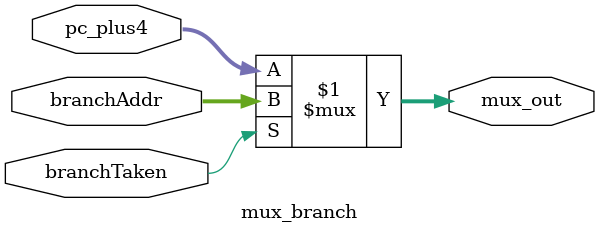
<source format=v>
module mux_branch (
    input wire [31:0] branchAddr,  // Endereço de branch
    input wire [31:0] pc_plus4,    // Próximo endereço normal (PC + 4)
    input wire branchTaken,        // Sinal indicando se o branch deve ser tomado
    output wire [31:0] mux_out     // Próximo valor do PC
);
    
    assign mux_out = (branchTaken) ? branchAddr : pc_plus4;

endmodule

</source>
